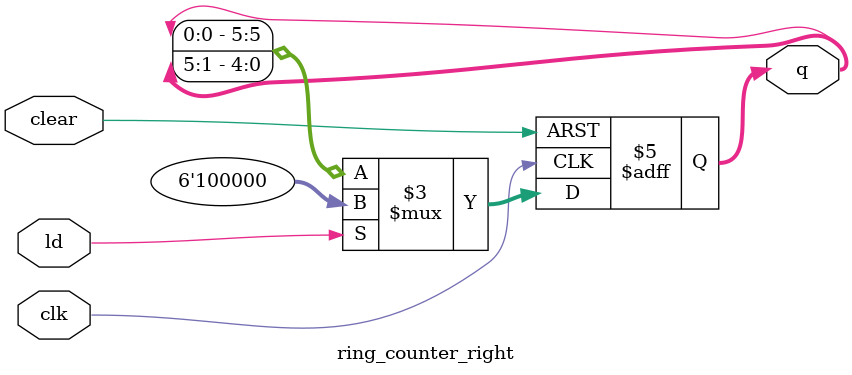
<source format=v>
module ring_counter_right (
    output reg [5:0] q,
    input ld,
    input clk,
    input clear
);

    always @(posedge clk or posedge clear)
    begin
        if (clear)
            q <= 6'b0;
        else if (ld)
            q <= 6'b100000;
        else
        begin
            q <= {q[0], q[5:1]};
        end
    end

endmodule
</source>
